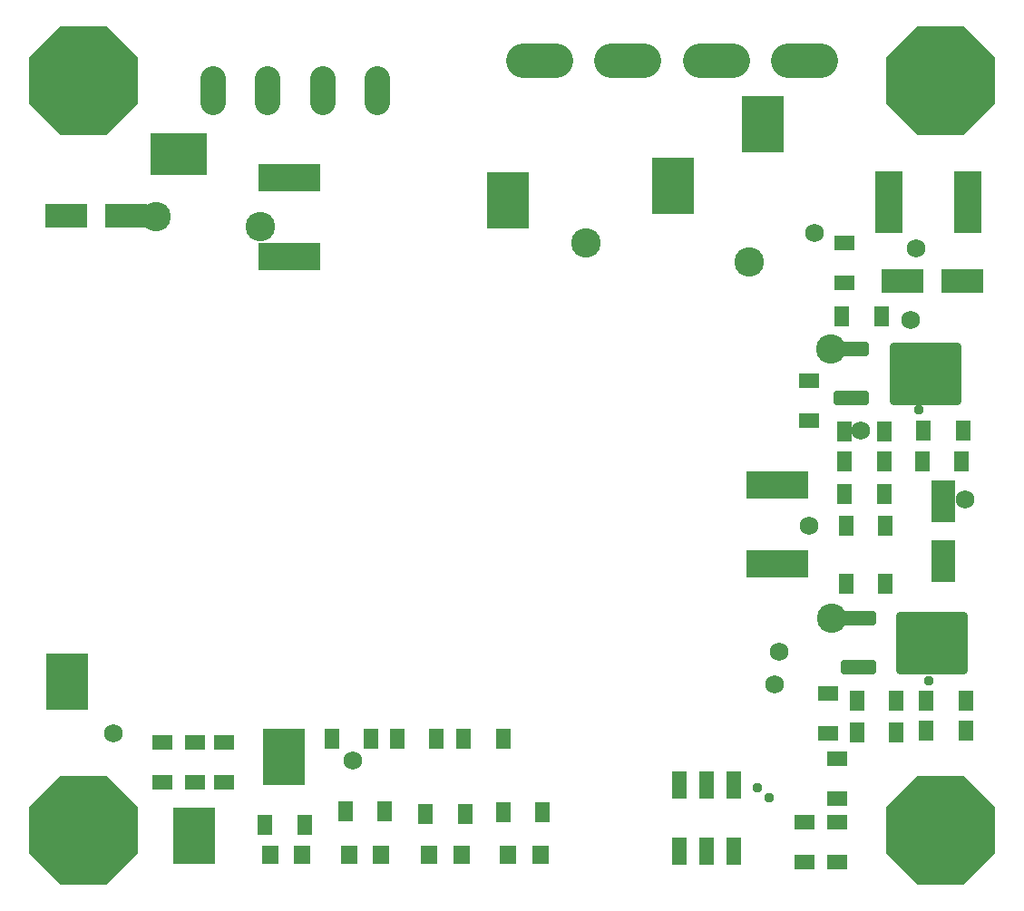
<source format=gbr>
G04 EAGLE Gerber RS-274X export*
G75*
%MOMM*%
%FSLAX34Y34*%
%LPD*%
%INSoldermask Bottom*%
%IPPOS*%
%AMOC8*
5,1,8,0,0,1.08239X$1,22.5*%
G01*
%ADD10P,11.043842X8X22.500000*%
%ADD11R,1.350200X2.611200*%
%ADD12R,4.013200X5.283200*%
%ADD13R,2.311200X3.957200*%
%ADD14R,1.900000X1.400000*%
%ADD15R,1.500000X1.700000*%
%ADD16R,1.400000X1.900000*%
%ADD17C,0.506591*%
%ADD18C,0.758316*%
%ADD19R,5.803200X2.503200*%
%ADD20R,5.283200X4.013200*%
%ADD21R,3.957200X2.311200*%
%ADD22R,2.503200X5.803200*%
%ADD23C,2.403200*%
%ADD24C,3.251200*%
%ADD25C,2.743200*%
%ADD26C,0.959600*%
%ADD27C,1.727200*%


D10*
X322580Y232410D03*
X1122680Y232410D03*
X1122680Y932180D03*
X322580Y932180D03*
D11*
X878840Y274880D03*
X878840Y212800D03*
X904240Y274880D03*
X904240Y212800D03*
X929640Y274880D03*
X929640Y212800D03*
D12*
X307340Y370840D03*
X718820Y820420D03*
X509270Y300990D03*
X425450Y227330D03*
D13*
X1125220Y483810D03*
X1125220Y539810D03*
D14*
X453390Y314410D03*
X453390Y277410D03*
X426720Y277410D03*
X426720Y314410D03*
X396240Y314410D03*
X396240Y277410D03*
D15*
X496810Y209550D03*
X526810Y209550D03*
D16*
X529040Y237490D03*
X492040Y237490D03*
D17*
X1059763Y380307D02*
X1059763Y389313D01*
X1059763Y380307D02*
X1031817Y380307D01*
X1031817Y389313D01*
X1059763Y389313D01*
X1059763Y385120D02*
X1031817Y385120D01*
D18*
X1143755Y382295D02*
X1143755Y433045D01*
X1143755Y382295D02*
X1084825Y382295D01*
X1084825Y433045D01*
X1143755Y433045D01*
X1143755Y389499D02*
X1084825Y389499D01*
X1084825Y396703D02*
X1143755Y396703D01*
X1143755Y403907D02*
X1084825Y403907D01*
X1084825Y411111D02*
X1143755Y411111D01*
X1143755Y418315D02*
X1084825Y418315D01*
X1084825Y425519D02*
X1143755Y425519D01*
X1143755Y432723D02*
X1084825Y432723D01*
D17*
X1059763Y435033D02*
X1059763Y426027D01*
X1031817Y426027D01*
X1031817Y435033D01*
X1059763Y435033D01*
X1059763Y430840D02*
X1031817Y430840D01*
D16*
X1146260Y353060D03*
X1109260Y353060D03*
X1146260Y325120D03*
X1109260Y325120D03*
D14*
X1017270Y360130D03*
X1017270Y323130D03*
X995680Y239480D03*
X995680Y202480D03*
D16*
X1071330Y462280D03*
X1034330Y462280D03*
X1044490Y353060D03*
X1081490Y353060D03*
X1044490Y323850D03*
X1081490Y323850D03*
D14*
X1026160Y262170D03*
X1026160Y299170D03*
X1026160Y202480D03*
X1026160Y239480D03*
D15*
X719060Y209550D03*
X749060Y209550D03*
D16*
X751290Y248920D03*
X714290Y248920D03*
D19*
X970280Y555160D03*
X970280Y481160D03*
D20*
X411480Y863600D03*
D21*
X362010Y806450D03*
X306010Y806450D03*
X1143060Y745490D03*
X1087060Y745490D03*
D17*
X1053413Y640773D02*
X1053413Y631767D01*
X1025467Y631767D01*
X1025467Y640773D01*
X1053413Y640773D01*
X1053413Y636580D02*
X1025467Y636580D01*
D18*
X1137405Y633755D02*
X1137405Y684505D01*
X1137405Y633755D02*
X1078475Y633755D01*
X1078475Y684505D01*
X1137405Y684505D01*
X1137405Y640959D02*
X1078475Y640959D01*
X1078475Y648163D02*
X1137405Y648163D01*
X1137405Y655367D02*
X1078475Y655367D01*
X1078475Y662571D02*
X1137405Y662571D01*
X1137405Y669775D02*
X1078475Y669775D01*
X1078475Y676979D02*
X1137405Y676979D01*
X1137405Y684183D02*
X1078475Y684183D01*
D17*
X1053413Y686493D02*
X1053413Y677487D01*
X1025467Y677487D01*
X1025467Y686493D01*
X1053413Y686493D01*
X1053413Y682300D02*
X1025467Y682300D01*
D16*
X1070060Y576580D03*
X1033060Y576580D03*
X1070060Y546100D03*
X1033060Y546100D03*
D14*
X999490Y615230D03*
X999490Y652230D03*
X1032510Y743500D03*
X1032510Y780500D03*
D16*
X1067520Y712470D03*
X1030520Y712470D03*
X1033060Y604520D03*
X1070060Y604520D03*
X1106720Y605790D03*
X1143720Y605790D03*
X1105450Y576580D03*
X1142450Y576580D03*
X1034330Y516890D03*
X1071330Y516890D03*
D15*
X645400Y209550D03*
X675400Y209550D03*
D16*
X678900Y247650D03*
X641900Y247650D03*
D22*
X1074250Y819150D03*
X1148250Y819150D03*
D23*
X443750Y912270D02*
X443750Y934270D01*
X494750Y934270D02*
X494750Y912270D01*
X545750Y912270D02*
X545750Y934270D01*
X596550Y934270D02*
X596550Y912270D01*
D24*
X733070Y951090D02*
X763550Y951090D01*
X815570Y951090D02*
X846050Y951090D01*
X898070Y951090D02*
X928550Y951090D01*
X980620Y951090D02*
X1011100Y951090D01*
D19*
X514350Y842180D03*
X514350Y768180D03*
D15*
X570470Y209550D03*
X600470Y209550D03*
D16*
X603970Y250190D03*
X566970Y250190D03*
X554270Y317500D03*
X591270Y317500D03*
X615230Y317500D03*
X652230Y317500D03*
X677460Y317500D03*
X714460Y317500D03*
D12*
X872490Y834390D03*
X956310Y891540D03*
D25*
X791210Y781050D03*
X943610Y763270D03*
X1019810Y681990D03*
X1021080Y430530D03*
D26*
X962660Y262890D03*
X1111250Y372110D03*
D27*
X971550Y398780D03*
X967740Y368300D03*
X574040Y297180D03*
X350520Y322580D03*
X1145540Y541020D03*
X999490Y516890D03*
X1047750Y605790D03*
X1094740Y708660D03*
X1099820Y775970D03*
X1004570Y789940D03*
D25*
X487790Y796010D03*
X389890Y805180D03*
D26*
X951230Y271780D03*
X1102360Y624840D03*
M02*

</source>
